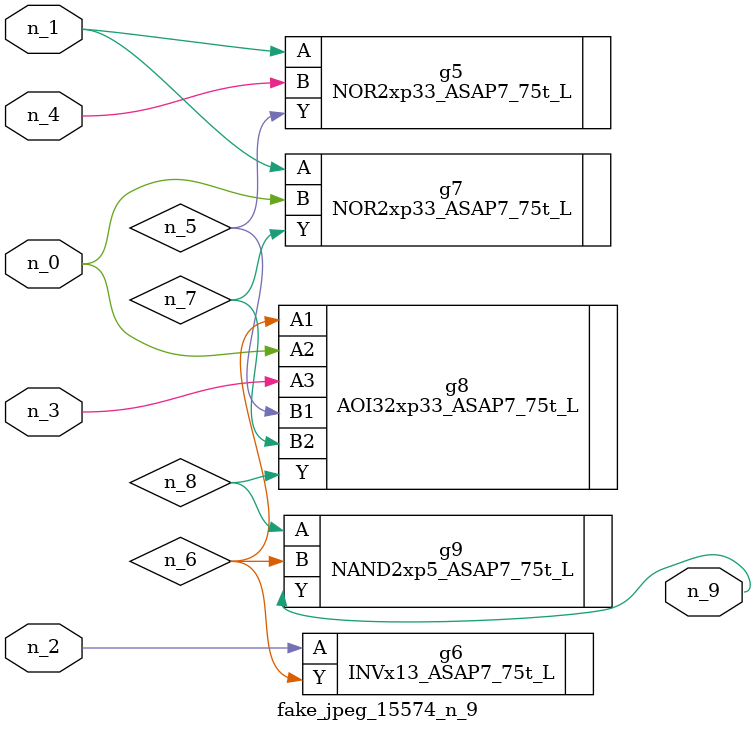
<source format=v>
module fake_jpeg_15574_n_9 (n_3, n_2, n_1, n_0, n_4, n_9);

input n_3;
input n_2;
input n_1;
input n_0;
input n_4;

output n_9;

wire n_8;
wire n_6;
wire n_5;
wire n_7;

NOR2xp33_ASAP7_75t_L g5 ( 
.A(n_1),
.B(n_4),
.Y(n_5)
);

INVx13_ASAP7_75t_L g6 ( 
.A(n_2),
.Y(n_6)
);

NOR2xp33_ASAP7_75t_L g7 ( 
.A(n_1),
.B(n_0),
.Y(n_7)
);

AOI32xp33_ASAP7_75t_L g8 ( 
.A1(n_6),
.A2(n_0),
.A3(n_3),
.B1(n_5),
.B2(n_7),
.Y(n_8)
);

NAND2xp5_ASAP7_75t_L g9 ( 
.A(n_8),
.B(n_6),
.Y(n_9)
);


endmodule
</source>
